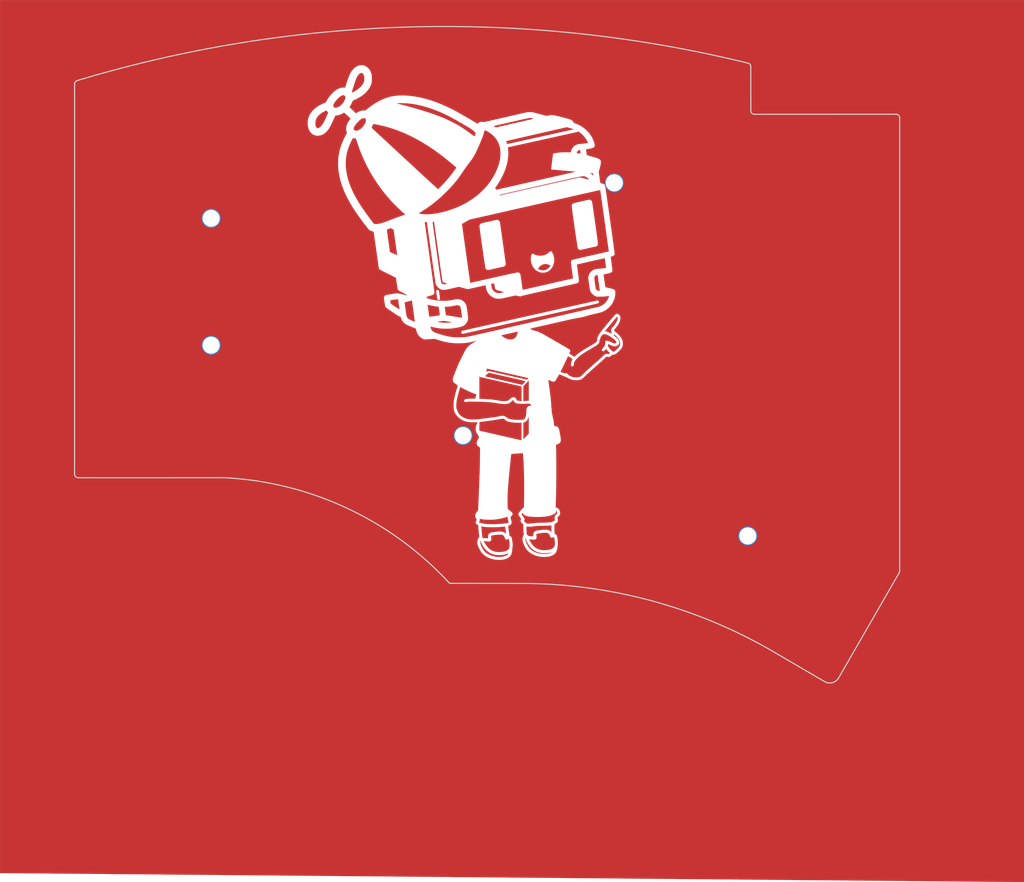
<source format=kicad_pcb>
(kicad_pcb (version 20211014) (generator pcbnew)
  (title_block (title "Chocolad") (date "2021-11-11") (rev "0.2") (company "jmnw"))
  (layers (0 "F.Cu" signal) (31 "B.Cu" signal) (34 "B.Paste" user) (35 "F.Paste" user) (36 "B.SilkS" user "B.Silkscreen") (37 "F.SilkS" user "F.Silkscreen") (38 "B.Mask" user) (39 "F.Mask" user) (44 "Edge.Cuts" user))
  (net 0 "")
  (footprint "chocolad:M2_hole_2.6mm" (layer "F.Cu") (at 98 85.75)
    (fp_text reference "" hide)
    (fp_text value "")
  )
  (footprint "chocolad:M2_hole_2.6mm" (layer "F.Cu") (at 98 102.75)
    (fp_text reference "" hide)
    (fp_text value "")
  )
  (footprint "chocolad:M2_hole_2.6mm" (layer "F.Cu") (at 152 81)
    (fp_text reference "" hide)
    (fp_text value "")
  )
  (footprint "chocolad:M2_hole_2.6mm" (layer "F.Cu") (at 131.74 114.85)
    (fp_text reference "" hide)
    (fp_text value "")
  )
  (footprint "chocolad:M2_hole_2.6mm" (layer "F.Cu") (at 169.880657 128.296611)
    (fp_text reference "" hide)
    (fp_text value "")
  )
  (footprint "chocolad:chocolad-1000" (layer "F.Cu") (at 138.303 97.155)
    (fp_text reference "G***" hide)
    (fp_text value "LOGO" hide)
  )
  (gr_line (start 170.27978 65.348) (end 170.284902 71.458) (layer "Edge.Cuts") (width 0.15))
  (gr_arc (start 190.225 132.958) (mid 190.204228 133.11578) (end 190.143327 133.262808) (layer "Edge.Cuts") (width 0.15))
  (gr_arc (start 130.135 134.648) (mid 129.997159 134.628624) (end 129.870001 134.571999) (layer "Edge.Cuts") (width 0.15))
  (gr_arc (start 80.248112 67.243697) (mid 124.92944 60.114435) (end 169.915 64.966935) (layer "Edge.Cuts") (width 0.15))
  (gr_arc (start 139.085 134.658) (mid 156.769419 136.920941) (end 173.234708 143.75862) (layer "Edge.Cuts") (width 0.15))
  (gr_line (start 99.735048 120.49702) (end 80.20452 120.50202) (layer "Edge.Cuts") (width 0.15))
  (gr_arc (start 99.735048 120.49702) (mid 116.185253 124.574046) (end 129.870001 134.571999) (layer "Edge.Cuts") (width 0.15))
  (gr_line (start 79.70452 120.00202) (end 79.710382 67.782024) (layer "Edge.Cuts") (width 0.15))
  (gr_arc (start 80.20452 120.50202) (mid 79.850967 120.355573) (end 79.70452 120.00202) (layer "Edge.Cuts") (width 0.15))
  (gr_arc (start 79.710382 67.782024) (mid 79.814977 67.475994) (end 80.085 67.298) (layer "Edge.Cuts") (width 0.15))
  (gr_arc (start 189.725 71.808) (mid 190.078553 71.954447) (end 190.225 72.308) (layer "Edge.Cuts") (width 0.15))
  (gr_arc (start 170.764902 71.818) (mid 170.464902 71.718) (end 170.284902 71.458) (layer "Edge.Cuts") (width 0.15))
  (gr_arc (start 169.915 64.966935) (mid 170.152411 65.104798) (end 170.27978 65.348) (layer "Edge.Cuts") (width 0.15))
  (gr_line (start 130.135 134.648) (end 139.085 134.658) (layer "Edge.Cuts") (width 0.15))
  (gr_line (start 173.234708 143.75862) (end 180.085 147.758) (layer "Edge.Cuts") (width 0.15))
  (gr_line (start 181.999373 147.398537) (end 190.143327 133.262808) (layer "Edge.Cuts") (width 0.15))
  (gr_arc (start 181.999373 147.398537) (mid 181.11592 147.970948) (end 180.085 147.758) (layer "Edge.Cuts") (width 0.15))
  (gr_line (start 189.725 71.808) (end 170.764902 71.818) (layer "Edge.Cuts") (width 0.15))
  (gr_line (start 190.225 72.308) (end 190.225 132.958) (layer "Edge.Cuts") (width 0.15))
  (gr_line (start 80.248112 67.243697) (end 80.085 67.298) (layer "Edge.Cuts") (width 0.15))
)
</source>
